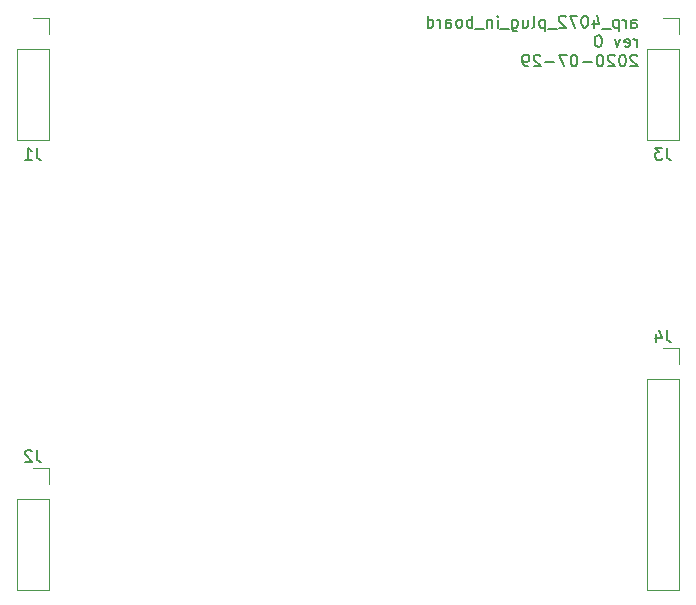
<source format=gbr>
G04 #@! TF.GenerationSoftware,KiCad,Pcbnew,5.1.6-c6e7f7d~87~ubuntu18.04.1*
G04 #@! TF.CreationDate,2020-08-13T12:50:31-04:00*
G04 #@! TF.ProjectId,arp_4072_LPF,6172705f-3430-4373-925f-4c50462e6b69,1*
G04 #@! TF.SameCoordinates,Original*
G04 #@! TF.FileFunction,Legend,Bot*
G04 #@! TF.FilePolarity,Positive*
%FSLAX46Y46*%
G04 Gerber Fmt 4.6, Leading zero omitted, Abs format (unit mm)*
G04 Created by KiCad (PCBNEW 5.1.6-c6e7f7d~87~ubuntu18.04.1) date 2020-08-13 12:50:31*
%MOMM*%
%LPD*%
G01*
G04 APERTURE LIST*
%ADD10C,0.150000*%
%ADD11C,0.120000*%
G04 APERTURE END LIST*
D10*
X180210833Y-78177380D02*
X180210833Y-77653571D01*
X180258452Y-77558333D01*
X180353690Y-77510714D01*
X180544166Y-77510714D01*
X180639404Y-77558333D01*
X180210833Y-78129761D02*
X180306071Y-78177380D01*
X180544166Y-78177380D01*
X180639404Y-78129761D01*
X180687023Y-78034523D01*
X180687023Y-77939285D01*
X180639404Y-77844047D01*
X180544166Y-77796428D01*
X180306071Y-77796428D01*
X180210833Y-77748809D01*
X179734642Y-78177380D02*
X179734642Y-77510714D01*
X179734642Y-77701190D02*
X179687023Y-77605952D01*
X179639404Y-77558333D01*
X179544166Y-77510714D01*
X179448928Y-77510714D01*
X179115595Y-77510714D02*
X179115595Y-78510714D01*
X179115595Y-77558333D02*
X179020357Y-77510714D01*
X178829880Y-77510714D01*
X178734642Y-77558333D01*
X178687023Y-77605952D01*
X178639404Y-77701190D01*
X178639404Y-77986904D01*
X178687023Y-78082142D01*
X178734642Y-78129761D01*
X178829880Y-78177380D01*
X179020357Y-78177380D01*
X179115595Y-78129761D01*
X178448928Y-78272619D02*
X177687023Y-78272619D01*
X177020357Y-77510714D02*
X177020357Y-78177380D01*
X177258452Y-77129761D02*
X177496547Y-77844047D01*
X176877500Y-77844047D01*
X176306071Y-77177380D02*
X176210833Y-77177380D01*
X176115595Y-77225000D01*
X176067976Y-77272619D01*
X176020357Y-77367857D01*
X175972738Y-77558333D01*
X175972738Y-77796428D01*
X176020357Y-77986904D01*
X176067976Y-78082142D01*
X176115595Y-78129761D01*
X176210833Y-78177380D01*
X176306071Y-78177380D01*
X176401309Y-78129761D01*
X176448928Y-78082142D01*
X176496547Y-77986904D01*
X176544166Y-77796428D01*
X176544166Y-77558333D01*
X176496547Y-77367857D01*
X176448928Y-77272619D01*
X176401309Y-77225000D01*
X176306071Y-77177380D01*
X175639404Y-77177380D02*
X174972738Y-77177380D01*
X175401309Y-78177380D01*
X174639404Y-77272619D02*
X174591785Y-77225000D01*
X174496547Y-77177380D01*
X174258452Y-77177380D01*
X174163214Y-77225000D01*
X174115595Y-77272619D01*
X174067976Y-77367857D01*
X174067976Y-77463095D01*
X174115595Y-77605952D01*
X174687023Y-78177380D01*
X174067976Y-78177380D01*
X173877500Y-78272619D02*
X173115595Y-78272619D01*
X172877500Y-77510714D02*
X172877500Y-78510714D01*
X172877500Y-77558333D02*
X172782261Y-77510714D01*
X172591785Y-77510714D01*
X172496547Y-77558333D01*
X172448928Y-77605952D01*
X172401309Y-77701190D01*
X172401309Y-77986904D01*
X172448928Y-78082142D01*
X172496547Y-78129761D01*
X172591785Y-78177380D01*
X172782261Y-78177380D01*
X172877500Y-78129761D01*
X171829880Y-78177380D02*
X171925119Y-78129761D01*
X171972738Y-78034523D01*
X171972738Y-77177380D01*
X171020357Y-77510714D02*
X171020357Y-78177380D01*
X171448928Y-77510714D02*
X171448928Y-78034523D01*
X171401309Y-78129761D01*
X171306071Y-78177380D01*
X171163214Y-78177380D01*
X171067976Y-78129761D01*
X171020357Y-78082142D01*
X170115595Y-77510714D02*
X170115595Y-78320238D01*
X170163214Y-78415476D01*
X170210833Y-78463095D01*
X170306071Y-78510714D01*
X170448928Y-78510714D01*
X170544166Y-78463095D01*
X170115595Y-78129761D02*
X170210833Y-78177380D01*
X170401309Y-78177380D01*
X170496547Y-78129761D01*
X170544166Y-78082142D01*
X170591785Y-77986904D01*
X170591785Y-77701190D01*
X170544166Y-77605952D01*
X170496547Y-77558333D01*
X170401309Y-77510714D01*
X170210833Y-77510714D01*
X170115595Y-77558333D01*
X169877500Y-78272619D02*
X169115595Y-78272619D01*
X168877500Y-78177380D02*
X168877500Y-77510714D01*
X168877500Y-77177380D02*
X168925119Y-77225000D01*
X168877500Y-77272619D01*
X168829880Y-77225000D01*
X168877500Y-77177380D01*
X168877500Y-77272619D01*
X168401309Y-77510714D02*
X168401309Y-78177380D01*
X168401309Y-77605952D02*
X168353690Y-77558333D01*
X168258452Y-77510714D01*
X168115595Y-77510714D01*
X168020357Y-77558333D01*
X167972738Y-77653571D01*
X167972738Y-78177380D01*
X167734642Y-78272619D02*
X166972738Y-78272619D01*
X166734642Y-78177380D02*
X166734642Y-77177380D01*
X166734642Y-77558333D02*
X166639404Y-77510714D01*
X166448928Y-77510714D01*
X166353690Y-77558333D01*
X166306071Y-77605952D01*
X166258452Y-77701190D01*
X166258452Y-77986904D01*
X166306071Y-78082142D01*
X166353690Y-78129761D01*
X166448928Y-78177380D01*
X166639404Y-78177380D01*
X166734642Y-78129761D01*
X165687023Y-78177380D02*
X165782261Y-78129761D01*
X165829880Y-78082142D01*
X165877500Y-77986904D01*
X165877500Y-77701190D01*
X165829880Y-77605952D01*
X165782261Y-77558333D01*
X165687023Y-77510714D01*
X165544166Y-77510714D01*
X165448928Y-77558333D01*
X165401309Y-77605952D01*
X165353690Y-77701190D01*
X165353690Y-77986904D01*
X165401309Y-78082142D01*
X165448928Y-78129761D01*
X165544166Y-78177380D01*
X165687023Y-78177380D01*
X164496547Y-78177380D02*
X164496547Y-77653571D01*
X164544166Y-77558333D01*
X164639404Y-77510714D01*
X164829880Y-77510714D01*
X164925119Y-77558333D01*
X164496547Y-78129761D02*
X164591785Y-78177380D01*
X164829880Y-78177380D01*
X164925119Y-78129761D01*
X164972738Y-78034523D01*
X164972738Y-77939285D01*
X164925119Y-77844047D01*
X164829880Y-77796428D01*
X164591785Y-77796428D01*
X164496547Y-77748809D01*
X164020357Y-78177380D02*
X164020357Y-77510714D01*
X164020357Y-77701190D02*
X163972738Y-77605952D01*
X163925119Y-77558333D01*
X163829880Y-77510714D01*
X163734642Y-77510714D01*
X162972738Y-78177380D02*
X162972738Y-77177380D01*
X162972738Y-78129761D02*
X163067976Y-78177380D01*
X163258452Y-78177380D01*
X163353690Y-78129761D01*
X163401309Y-78082142D01*
X163448928Y-77986904D01*
X163448928Y-77701190D01*
X163401309Y-77605952D01*
X163353690Y-77558333D01*
X163258452Y-77510714D01*
X163067976Y-77510714D01*
X162972738Y-77558333D01*
X180639404Y-79827380D02*
X180639404Y-79160714D01*
X180639404Y-79351190D02*
X180591785Y-79255952D01*
X180544166Y-79208333D01*
X180448928Y-79160714D01*
X180353690Y-79160714D01*
X179639404Y-79779761D02*
X179734642Y-79827380D01*
X179925119Y-79827380D01*
X180020357Y-79779761D01*
X180067976Y-79684523D01*
X180067976Y-79303571D01*
X180020357Y-79208333D01*
X179925119Y-79160714D01*
X179734642Y-79160714D01*
X179639404Y-79208333D01*
X179591785Y-79303571D01*
X179591785Y-79398809D01*
X180067976Y-79494047D01*
X179258452Y-79160714D02*
X179020357Y-79827380D01*
X178782261Y-79160714D01*
X177448928Y-78827380D02*
X177353690Y-78827380D01*
X177258452Y-78875000D01*
X177210833Y-78922619D01*
X177163214Y-79017857D01*
X177115595Y-79208333D01*
X177115595Y-79446428D01*
X177163214Y-79636904D01*
X177210833Y-79732142D01*
X177258452Y-79779761D01*
X177353690Y-79827380D01*
X177448928Y-79827380D01*
X177544166Y-79779761D01*
X177591785Y-79732142D01*
X177639404Y-79636904D01*
X177687023Y-79446428D01*
X177687023Y-79208333D01*
X177639404Y-79017857D01*
X177591785Y-78922619D01*
X177544166Y-78875000D01*
X177448928Y-78827380D01*
X180687023Y-80572619D02*
X180639404Y-80525000D01*
X180544166Y-80477380D01*
X180306071Y-80477380D01*
X180210833Y-80525000D01*
X180163214Y-80572619D01*
X180115595Y-80667857D01*
X180115595Y-80763095D01*
X180163214Y-80905952D01*
X180734642Y-81477380D01*
X180115595Y-81477380D01*
X179496547Y-80477380D02*
X179401309Y-80477380D01*
X179306071Y-80525000D01*
X179258452Y-80572619D01*
X179210833Y-80667857D01*
X179163214Y-80858333D01*
X179163214Y-81096428D01*
X179210833Y-81286904D01*
X179258452Y-81382142D01*
X179306071Y-81429761D01*
X179401309Y-81477380D01*
X179496547Y-81477380D01*
X179591785Y-81429761D01*
X179639404Y-81382142D01*
X179687023Y-81286904D01*
X179734642Y-81096428D01*
X179734642Y-80858333D01*
X179687023Y-80667857D01*
X179639404Y-80572619D01*
X179591785Y-80525000D01*
X179496547Y-80477380D01*
X178782261Y-80572619D02*
X178734642Y-80525000D01*
X178639404Y-80477380D01*
X178401309Y-80477380D01*
X178306071Y-80525000D01*
X178258452Y-80572619D01*
X178210833Y-80667857D01*
X178210833Y-80763095D01*
X178258452Y-80905952D01*
X178829880Y-81477380D01*
X178210833Y-81477380D01*
X177591785Y-80477380D02*
X177496547Y-80477380D01*
X177401309Y-80525000D01*
X177353690Y-80572619D01*
X177306071Y-80667857D01*
X177258452Y-80858333D01*
X177258452Y-81096428D01*
X177306071Y-81286904D01*
X177353690Y-81382142D01*
X177401309Y-81429761D01*
X177496547Y-81477380D01*
X177591785Y-81477380D01*
X177687023Y-81429761D01*
X177734642Y-81382142D01*
X177782261Y-81286904D01*
X177829880Y-81096428D01*
X177829880Y-80858333D01*
X177782261Y-80667857D01*
X177734642Y-80572619D01*
X177687023Y-80525000D01*
X177591785Y-80477380D01*
X176829880Y-81096428D02*
X176067976Y-81096428D01*
X175401309Y-80477380D02*
X175306071Y-80477380D01*
X175210833Y-80525000D01*
X175163214Y-80572619D01*
X175115595Y-80667857D01*
X175067976Y-80858333D01*
X175067976Y-81096428D01*
X175115595Y-81286904D01*
X175163214Y-81382142D01*
X175210833Y-81429761D01*
X175306071Y-81477380D01*
X175401309Y-81477380D01*
X175496547Y-81429761D01*
X175544166Y-81382142D01*
X175591785Y-81286904D01*
X175639404Y-81096428D01*
X175639404Y-80858333D01*
X175591785Y-80667857D01*
X175544166Y-80572619D01*
X175496547Y-80525000D01*
X175401309Y-80477380D01*
X174734642Y-80477380D02*
X174067976Y-80477380D01*
X174496547Y-81477380D01*
X173687023Y-81096428D02*
X172925119Y-81096428D01*
X172496547Y-80572619D02*
X172448928Y-80525000D01*
X172353690Y-80477380D01*
X172115595Y-80477380D01*
X172020357Y-80525000D01*
X171972738Y-80572619D01*
X171925119Y-80667857D01*
X171925119Y-80763095D01*
X171972738Y-80905952D01*
X172544166Y-81477380D01*
X171925119Y-81477380D01*
X171448928Y-81477380D02*
X171258452Y-81477380D01*
X171163214Y-81429761D01*
X171115595Y-81382142D01*
X171020357Y-81239285D01*
X170972738Y-81048809D01*
X170972738Y-80667857D01*
X171020357Y-80572619D01*
X171067976Y-80525000D01*
X171163214Y-80477380D01*
X171353690Y-80477380D01*
X171448928Y-80525000D01*
X171496547Y-80572619D01*
X171544166Y-80667857D01*
X171544166Y-80905952D01*
X171496547Y-81001190D01*
X171448928Y-81048809D01*
X171353690Y-81096428D01*
X171163214Y-81096428D01*
X171067976Y-81048809D01*
X171020357Y-81001190D01*
X170972738Y-80905952D01*
D11*
X184210000Y-105350000D02*
X182880000Y-105350000D01*
X184210000Y-106680000D02*
X184210000Y-105350000D01*
X184210000Y-107950000D02*
X181550000Y-107950000D01*
X181550000Y-107950000D02*
X181550000Y-125790000D01*
X184210000Y-107950000D02*
X184210000Y-125790000D01*
X184210000Y-125790000D02*
X181550000Y-125790000D01*
X184210000Y-77410000D02*
X182880000Y-77410000D01*
X184210000Y-78740000D02*
X184210000Y-77410000D01*
X184210000Y-80010000D02*
X181550000Y-80010000D01*
X181550000Y-80010000D02*
X181550000Y-87690000D01*
X184210000Y-80010000D02*
X184210000Y-87690000D01*
X184210000Y-87690000D02*
X181550000Y-87690000D01*
X130870000Y-115510000D02*
X129540000Y-115510000D01*
X130870000Y-116840000D02*
X130870000Y-115510000D01*
X130870000Y-118110000D02*
X128210000Y-118110000D01*
X128210000Y-118110000D02*
X128210000Y-125790000D01*
X130870000Y-118110000D02*
X130870000Y-125790000D01*
X130870000Y-125790000D02*
X128210000Y-125790000D01*
X130870000Y-77410000D02*
X129540000Y-77410000D01*
X130870000Y-78740000D02*
X130870000Y-77410000D01*
X130870000Y-80010000D02*
X128210000Y-80010000D01*
X128210000Y-80010000D02*
X128210000Y-87690000D01*
X130870000Y-80010000D02*
X130870000Y-87690000D01*
X130870000Y-87690000D02*
X128210000Y-87690000D01*
D10*
X183213333Y-103802380D02*
X183213333Y-104516666D01*
X183260952Y-104659523D01*
X183356190Y-104754761D01*
X183499047Y-104802380D01*
X183594285Y-104802380D01*
X182308571Y-104135714D02*
X182308571Y-104802380D01*
X182546666Y-103754761D02*
X182784761Y-104469047D01*
X182165714Y-104469047D01*
X183213333Y-88352380D02*
X183213333Y-89066666D01*
X183260952Y-89209523D01*
X183356190Y-89304761D01*
X183499047Y-89352380D01*
X183594285Y-89352380D01*
X182832380Y-88352380D02*
X182213333Y-88352380D01*
X182546666Y-88733333D01*
X182403809Y-88733333D01*
X182308571Y-88780952D01*
X182260952Y-88828571D01*
X182213333Y-88923809D01*
X182213333Y-89161904D01*
X182260952Y-89257142D01*
X182308571Y-89304761D01*
X182403809Y-89352380D01*
X182689523Y-89352380D01*
X182784761Y-89304761D01*
X182832380Y-89257142D01*
X129873333Y-113962380D02*
X129873333Y-114676666D01*
X129920952Y-114819523D01*
X130016190Y-114914761D01*
X130159047Y-114962380D01*
X130254285Y-114962380D01*
X129444761Y-114057619D02*
X129397142Y-114010000D01*
X129301904Y-113962380D01*
X129063809Y-113962380D01*
X128968571Y-114010000D01*
X128920952Y-114057619D01*
X128873333Y-114152857D01*
X128873333Y-114248095D01*
X128920952Y-114390952D01*
X129492380Y-114962380D01*
X128873333Y-114962380D01*
X129873333Y-88352380D02*
X129873333Y-89066666D01*
X129920952Y-89209523D01*
X130016190Y-89304761D01*
X130159047Y-89352380D01*
X130254285Y-89352380D01*
X128873333Y-89352380D02*
X129444761Y-89352380D01*
X129159047Y-89352380D02*
X129159047Y-88352380D01*
X129254285Y-88495238D01*
X129349523Y-88590476D01*
X129444761Y-88638095D01*
M02*

</source>
